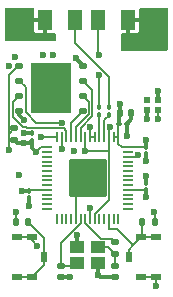
<source format=gtl>
%TF.GenerationSoftware,KiCad,Pcbnew,(6.0.5-0)*%
%TF.CreationDate,2022-06-14T21:43:59-04:00*%
%TF.ProjectId,pico_ducky_pcb,7069636f-5f64-4756-936b-795f7063622e,rev?*%
%TF.SameCoordinates,Original*%
%TF.FileFunction,Copper,L1,Top*%
%TF.FilePolarity,Positive*%
%FSLAX46Y46*%
G04 Gerber Fmt 4.6, Leading zero omitted, Abs format (unit mm)*
G04 Created by KiCad (PCBNEW (6.0.5-0)) date 2022-06-14 21:43:59*
%MOMM*%
%LPD*%
G01*
G04 APERTURE LIST*
G04 Aperture macros list*
%AMRoundRect*
0 Rectangle with rounded corners*
0 $1 Rounding radius*
0 $2 $3 $4 $5 $6 $7 $8 $9 X,Y pos of 4 corners*
0 Add a 4 corners polygon primitive as box body*
4,1,4,$2,$3,$4,$5,$6,$7,$8,$9,$2,$3,0*
0 Add four circle primitives for the rounded corners*
1,1,$1+$1,$2,$3*
1,1,$1+$1,$4,$5*
1,1,$1+$1,$6,$7*
1,1,$1+$1,$8,$9*
0 Add four rect primitives between the rounded corners*
20,1,$1+$1,$2,$3,$4,$5,0*
20,1,$1+$1,$4,$5,$6,$7,0*
20,1,$1+$1,$6,$7,$8,$9,0*
20,1,$1+$1,$8,$9,$2,$3,0*%
G04 Aperture macros list end*
%TA.AperFunction,SMDPad,CuDef*%
%ADD10RoundRect,0.100000X0.100000X-0.130000X0.100000X0.130000X-0.100000X0.130000X-0.100000X-0.130000X0*%
%TD*%
%TA.AperFunction,SMDPad,CuDef*%
%ADD11R,0.812800X0.508000*%
%TD*%
%TA.AperFunction,SMDPad,CuDef*%
%ADD12R,0.508000X0.889000*%
%TD*%
%TA.AperFunction,SMDPad,CuDef*%
%ADD13R,0.500000X0.500000*%
%TD*%
%TA.AperFunction,SMDPad,CuDef*%
%ADD14RoundRect,0.125000X-0.250000X-0.125000X0.250000X-0.125000X0.250000X0.125000X-0.250000X0.125000X0*%
%TD*%
%TA.AperFunction,SMDPad,CuDef*%
%ADD15R,3.400000X4.300000*%
%TD*%
%TA.AperFunction,SMDPad,CuDef*%
%ADD16RoundRect,0.100000X0.130000X0.100000X-0.130000X0.100000X-0.130000X-0.100000X0.130000X-0.100000X0*%
%TD*%
%TA.AperFunction,SMDPad,CuDef*%
%ADD17RoundRect,0.135000X-0.135000X-0.185000X0.135000X-0.185000X0.135000X0.185000X-0.135000X0.185000X0*%
%TD*%
%TA.AperFunction,SMDPad,CuDef*%
%ADD18R,1.150000X1.000000*%
%TD*%
%TA.AperFunction,SMDPad,CuDef*%
%ADD19RoundRect,0.100000X-0.100000X0.130000X-0.100000X-0.130000X0.100000X-0.130000X0.100000X0.130000X0*%
%TD*%
%TA.AperFunction,SMDPad,CuDef*%
%ADD20RoundRect,0.140000X0.170000X-0.140000X0.170000X0.140000X-0.170000X0.140000X-0.170000X-0.140000X0*%
%TD*%
%TA.AperFunction,SMDPad,CuDef*%
%ADD21RoundRect,0.050000X-0.387500X-0.050000X0.387500X-0.050000X0.387500X0.050000X-0.387500X0.050000X0*%
%TD*%
%TA.AperFunction,SMDPad,CuDef*%
%ADD22RoundRect,0.050000X-0.050000X-0.387500X0.050000X-0.387500X0.050000X0.387500X-0.050000X0.387500X0*%
%TD*%
%TA.AperFunction,ComponentPad*%
%ADD23C,0.600000*%
%TD*%
%TA.AperFunction,SMDPad,CuDef*%
%ADD24RoundRect,0.144000X-1.456000X-1.456000X1.456000X-1.456000X1.456000X1.456000X-1.456000X1.456000X0*%
%TD*%
%TA.AperFunction,SMDPad,CuDef*%
%ADD25RoundRect,0.135000X0.135000X0.185000X-0.135000X0.185000X-0.135000X-0.185000X0.135000X-0.185000X0*%
%TD*%
%TA.AperFunction,SMDPad,CuDef*%
%ADD26RoundRect,0.135000X0.185000X-0.135000X0.185000X0.135000X-0.185000X0.135000X-0.185000X-0.135000X0*%
%TD*%
%TA.AperFunction,SMDPad,CuDef*%
%ADD27RoundRect,0.140000X0.140000X0.170000X-0.140000X0.170000X-0.140000X-0.170000X0.140000X-0.170000X0*%
%TD*%
%TA.AperFunction,SMDPad,CuDef*%
%ADD28RoundRect,0.135000X-0.185000X0.135000X-0.185000X-0.135000X0.185000X-0.135000X0.185000X0.135000X0*%
%TD*%
%TA.AperFunction,SMDPad,CuDef*%
%ADD29R,1.300000X1.700000*%
%TD*%
%TA.AperFunction,ViaPad*%
%ADD30C,0.600000*%
%TD*%
%TA.AperFunction,Conductor*%
%ADD31C,0.150000*%
%TD*%
%TA.AperFunction,Conductor*%
%ADD32C,0.300000*%
%TD*%
%TA.AperFunction,Conductor*%
%ADD33C,0.200000*%
%TD*%
G04 APERTURE END LIST*
D10*
%TO.P,C3,1*%
%TO.N,GND*%
X92050000Y-55990000D03*
%TO.P,C3,2*%
%TO.N,+3V3*%
X92050000Y-55350000D03*
%TD*%
D11*
%TO.P,SW1,1,A*%
%TO.N,GND*%
X81150001Y-62999998D03*
%TO.P,SW1,2,B*%
%TO.N,/SAFE_BOOT*%
X82349999Y-66400002D03*
D12*
X83399999Y-64700000D03*
D11*
X81150001Y-66400002D03*
%TO.P,SW1,SHIELD,SHIELD*%
%TO.N,GND*%
X82349999Y-62999998D03*
%TD*%
D13*
%TO.P,D1,1,VSS*%
%TO.N,GND*%
X92150000Y-52250000D03*
%TO.P,D1,2,DIN*%
%TO.N,/RGB_DI*%
X93050000Y-52250000D03*
%TO.P,D1,3,VDD*%
%TO.N,+3V3*%
X93050000Y-51350000D03*
%TO.P,D1,4,DOUT*%
%TO.N,unconnected-(D1-Pad4)*%
X92150000Y-51350000D03*
%TD*%
D14*
%TO.P,U2,1,~{CS}*%
%TO.N,/QSPI_CS*%
X81300000Y-48495000D03*
%TO.P,U2,2,DO(IO1)*%
%TO.N,/QSPI_SD1*%
X81300000Y-49765000D03*
%TO.P,U2,3,IO2*%
%TO.N,/QSPI_SD2*%
X81300000Y-51035000D03*
%TO.P,U2,4,GND*%
%TO.N,GND*%
X81300000Y-52305000D03*
%TO.P,U2,5,DI(IO0)*%
%TO.N,/QSPI_SD0*%
X86700000Y-52305000D03*
%TO.P,U2,6,CLK*%
%TO.N,/QSPI_SCLK*%
X86700000Y-51035000D03*
%TO.P,U2,7,IO3*%
%TO.N,/QSPI_SD3*%
X86700000Y-49765000D03*
%TO.P,U2,8,VCC*%
%TO.N,+3V3*%
X86700000Y-48495000D03*
D15*
%TO.P,U2,9,EP*%
%TO.N,GND*%
X84000000Y-50400000D03*
%TD*%
D10*
%TO.P,R7,1*%
%TO.N,/USBR_-*%
X88900000Y-52620000D03*
%TO.P,R7,2*%
%TO.N,/USB_-*%
X88900000Y-51980000D03*
%TD*%
D16*
%TO.P,C7,1*%
%TO.N,GND*%
X90420000Y-53400000D03*
%TO.P,C7,2*%
%TO.N,+3V3*%
X89780000Y-53400000D03*
%TD*%
D17*
%TO.P,R1,1*%
%TO.N,+3V3*%
X80990000Y-61700000D03*
%TO.P,R1,2*%
%TO.N,/SAFE_BOOT*%
X82010000Y-61700000D03*
%TD*%
D18*
%TO.P,Y1,1,1*%
%TO.N,/X_IN*%
X86225000Y-65200000D03*
%TO.P,Y1,2,2*%
%TO.N,GND*%
X87975000Y-65200000D03*
%TO.P,Y1,3,3*%
%TO.N,Net-(C16-Pad2)*%
X87975000Y-63800000D03*
%TO.P,Y1,4,4*%
%TO.N,GND*%
X86225000Y-63800000D03*
%TD*%
D19*
%TO.P,C5,1*%
%TO.N,GND*%
X82400000Y-54180000D03*
%TO.P,C5,2*%
%TO.N,+3V3*%
X82400000Y-54820000D03*
%TD*%
D10*
%TO.P,C4,1*%
%TO.N,GND*%
X82150000Y-59720000D03*
%TO.P,C4,2*%
%TO.N,+3V3*%
X82150000Y-59080000D03*
%TD*%
D20*
%TO.P,C16,1*%
%TO.N,GND*%
X89400000Y-66380000D03*
%TO.P,C16,2*%
%TO.N,Net-(C16-Pad2)*%
X89400000Y-65420000D03*
%TD*%
D21*
%TO.P,U3,1,IOVDD*%
%TO.N,+3V3*%
X83662500Y-55400000D03*
%TO.P,U3,2,GPIO0*%
%TO.N,unconnected-(U3-Pad2)*%
X83662500Y-55800000D03*
%TO.P,U3,3,GPIO1*%
%TO.N,unconnected-(U3-Pad3)*%
X83662500Y-56200000D03*
%TO.P,U3,4,GPIO2*%
%TO.N,unconnected-(U3-Pad4)*%
X83662500Y-56600000D03*
%TO.P,U3,5,GPIO3*%
%TO.N,unconnected-(U3-Pad5)*%
X83662500Y-57000000D03*
%TO.P,U3,6,GPIO4*%
%TO.N,unconnected-(U3-Pad6)*%
X83662500Y-57400000D03*
%TO.P,U3,7,GPIO5*%
%TO.N,unconnected-(U3-Pad7)*%
X83662500Y-57800000D03*
%TO.P,U3,8,GPIO6*%
%TO.N,unconnected-(U3-Pad8)*%
X83662500Y-58200000D03*
%TO.P,U3,9,GPIO7*%
%TO.N,unconnected-(U3-Pad9)*%
X83662500Y-58600000D03*
%TO.P,U3,10,IOVDD*%
%TO.N,+3V3*%
X83662500Y-59000000D03*
%TO.P,U3,11,GPIO8*%
%TO.N,unconnected-(U3-Pad11)*%
X83662500Y-59400000D03*
%TO.P,U3,12,GPIO9*%
%TO.N,unconnected-(U3-Pad12)*%
X83662500Y-59800000D03*
%TO.P,U3,13,GPIO10*%
%TO.N,unconnected-(U3-Pad13)*%
X83662500Y-60200000D03*
%TO.P,U3,14,GPIO11*%
%TO.N,unconnected-(U3-Pad14)*%
X83662500Y-60600000D03*
D22*
%TO.P,U3,15,GPIO12*%
%TO.N,unconnected-(U3-Pad15)*%
X84500000Y-61437500D03*
%TO.P,U3,16,GPIO13*%
%TO.N,unconnected-(U3-Pad16)*%
X84900000Y-61437500D03*
%TO.P,U3,17,GPIO14*%
%TO.N,unconnected-(U3-Pad17)*%
X85300000Y-61437500D03*
%TO.P,U3,18,GPIO15*%
%TO.N,unconnected-(U3-Pad18)*%
X85700000Y-61437500D03*
%TO.P,U3,19,TESTEN*%
%TO.N,GND*%
X86100000Y-61437500D03*
%TO.P,U3,20,XIN*%
%TO.N,/X_IN*%
X86500000Y-61437500D03*
%TO.P,U3,21,XOUT*%
%TO.N,/X_OUT*%
X86900000Y-61437500D03*
%TO.P,U3,22,IOVDD*%
%TO.N,+3V3*%
X87300000Y-61437500D03*
%TO.P,U3,23,DVDD*%
%TO.N,+1V1*%
X87700000Y-61437500D03*
%TO.P,U3,24,SWCLK*%
%TO.N,/SWCLK*%
X88100000Y-61437500D03*
%TO.P,U3,25,SWD*%
%TO.N,/SWD*%
X88500000Y-61437500D03*
%TO.P,U3,26,RUN*%
%TO.N,/RESET*%
X88900000Y-61437500D03*
%TO.P,U3,27,GPIO16*%
%TO.N,unconnected-(U3-Pad27)*%
X89300000Y-61437500D03*
%TO.P,U3,28,GPIO17*%
%TO.N,unconnected-(U3-Pad28)*%
X89700000Y-61437500D03*
D21*
%TO.P,U3,29,GPIO18*%
%TO.N,unconnected-(U3-Pad29)*%
X90537500Y-60600000D03*
%TO.P,U3,30,GPIO19*%
%TO.N,unconnected-(U3-Pad30)*%
X90537500Y-60200000D03*
%TO.P,U3,31,GPIO20*%
%TO.N,unconnected-(U3-Pad31)*%
X90537500Y-59800000D03*
%TO.P,U3,32,GPIO21*%
%TO.N,unconnected-(U3-Pad32)*%
X90537500Y-59400000D03*
%TO.P,U3,33,IOVDD*%
%TO.N,+3V3*%
X90537500Y-59000000D03*
%TO.P,U3,34,GPIO22*%
%TO.N,unconnected-(U3-Pad34)*%
X90537500Y-58600000D03*
%TO.P,U3,35,GPIO23*%
%TO.N,unconnected-(U3-Pad35)*%
X90537500Y-58200000D03*
%TO.P,U3,36,GPIO24*%
%TO.N,unconnected-(U3-Pad36)*%
X90537500Y-57800000D03*
%TO.P,U3,37,GPIO25*%
%TO.N,unconnected-(U3-Pad37)*%
X90537500Y-57400000D03*
%TO.P,U3,38,GPIO26_ADC0*%
%TO.N,unconnected-(U3-Pad38)*%
X90537500Y-57000000D03*
%TO.P,U3,39,GPIO27_ADC1*%
%TO.N,unconnected-(U3-Pad39)*%
X90537500Y-56600000D03*
%TO.P,U3,40,GPIO28_ADC2*%
%TO.N,/RGB_DI*%
X90537500Y-56200000D03*
%TO.P,U3,41,GPIO29_ADC3*%
%TO.N,unconnected-(U3-Pad41)*%
X90537500Y-55800000D03*
%TO.P,U3,42,IOVDD*%
%TO.N,+3V3*%
X90537500Y-55400000D03*
D22*
%TO.P,U3,43,ADC_AVDD*%
X89700000Y-54562500D03*
%TO.P,U3,44,VREG_IN*%
X89300000Y-54562500D03*
%TO.P,U3,45,VREG_VOUT*%
%TO.N,+1V1*%
X88900000Y-54562500D03*
%TO.P,U3,46,USB_DM*%
%TO.N,/USBR_-*%
X88500000Y-54562500D03*
%TO.P,U3,47,USB_DP*%
%TO.N,/USBR_+*%
X88100000Y-54562500D03*
%TO.P,U3,48,USB_VDD*%
%TO.N,+3V3*%
X87700000Y-54562500D03*
%TO.P,U3,49,IOVDD*%
X87300000Y-54562500D03*
%TO.P,U3,50,DVDD*%
%TO.N,+1V1*%
X86900000Y-54562500D03*
%TO.P,U3,51,QSPI_SD3*%
%TO.N,/QSPI_SD3*%
X86500000Y-54562500D03*
%TO.P,U3,52,QSPI_SCLK*%
%TO.N,/QSPI_SCLK*%
X86100000Y-54562500D03*
%TO.P,U3,53,QSPI_SD0*%
%TO.N,/QSPI_SD0*%
X85700000Y-54562500D03*
%TO.P,U3,54,QSPI_SD2*%
%TO.N,/QSPI_SD2*%
X85300000Y-54562500D03*
%TO.P,U3,55,QSPI_SD1*%
%TO.N,/QSPI_SD1*%
X84900000Y-54562500D03*
%TO.P,U3,56,QSPI_SS*%
%TO.N,/QSPI_CS*%
X84500000Y-54562500D03*
D23*
%TO.P,U3,57,GND*%
%TO.N,GND*%
X85825000Y-56725000D03*
X87100000Y-59275000D03*
X88375000Y-58000000D03*
X87100000Y-58000000D03*
X88375000Y-56725000D03*
X85825000Y-59275000D03*
X88375000Y-59275000D03*
X87100000Y-56725000D03*
X85825000Y-58000000D03*
D24*
X87100000Y-58000000D03*
%TD*%
D11*
%TO.P,SW2,1,A*%
%TO.N,GND*%
X92849999Y-66400002D03*
%TO.P,SW2,2,B*%
%TO.N,/RESET*%
X91650001Y-62999998D03*
X92849999Y-62999998D03*
D12*
X90600001Y-64700000D03*
D11*
%TO.P,SW2,SHIELD,SHIELD*%
%TO.N,GND*%
X91650001Y-66400002D03*
%TD*%
D25*
%TO.P,R5,1*%
%TO.N,+3V3*%
X92760000Y-61700000D03*
%TO.P,R5,2*%
%TO.N,/RESET*%
X91740000Y-61700000D03*
%TD*%
D26*
%TO.P,R3,1*%
%TO.N,Net-(C16-Pad2)*%
X89400000Y-64410000D03*
%TO.P,R3,2*%
%TO.N,/X_OUT*%
X89400000Y-63390000D03*
%TD*%
D19*
%TO.P,C13,1*%
%TO.N,GND*%
X92050000Y-58380000D03*
%TO.P,C13,2*%
%TO.N,+3V3*%
X92050000Y-59020000D03*
%TD*%
D20*
%TO.P,C12,1*%
%TO.N,GND*%
X84800000Y-66380000D03*
%TO.P,C12,2*%
%TO.N,/X_IN*%
X84800000Y-65420000D03*
%TD*%
D10*
%TO.P,R6,1*%
%TO.N,/USBR_+*%
X88100000Y-52620000D03*
%TO.P,R6,2*%
%TO.N,/USB_+*%
X88100000Y-51980000D03*
%TD*%
D27*
%TO.P,C14,1*%
%TO.N,GND*%
X90780000Y-52500000D03*
%TO.P,C14,2*%
%TO.N,+3V3*%
X89820000Y-52500000D03*
%TD*%
D28*
%TO.P,R2,1*%
%TO.N,/QSPI_CS*%
X80900000Y-53790000D03*
%TO.P,R2,2*%
%TO.N,+3V3*%
X80900000Y-54810000D03*
%TD*%
D29*
%TO.P,J1,1,VBUS*%
%TO.N,+5V*%
X83500000Y-44595000D03*
%TO.P,J1,2,D-*%
%TO.N,/USB_-*%
X86000000Y-44595000D03*
%TO.P,J1,3,D+*%
%TO.N,/USB_+*%
X88000000Y-44595000D03*
%TO.P,J1,4,GND*%
%TO.N,GND*%
X90500000Y-44595000D03*
%TD*%
D30*
%TO.N,GND*%
X92050000Y-56570000D03*
X85950000Y-55750000D03*
X92250000Y-45170000D03*
X93250000Y-44170000D03*
X84000000Y-51500000D03*
X82150000Y-60400000D03*
X85150000Y-49130000D03*
X92150000Y-52970000D03*
X82850000Y-63770000D03*
X86200000Y-62800000D03*
X84000000Y-50500000D03*
X92250000Y-44170000D03*
X81700000Y-53100000D03*
X81680000Y-54180000D03*
X92250000Y-46170000D03*
X93250000Y-46170000D03*
X88000000Y-66200000D03*
X90450000Y-54470000D03*
X84000000Y-49500000D03*
X92850000Y-67170000D03*
X80970000Y-47720000D03*
X93250000Y-45170000D03*
X81250000Y-57770000D03*
X92050000Y-57800000D03*
X85600000Y-66400000D03*
X91250000Y-46170000D03*
X80440000Y-48480000D03*
%TO.N,+5V*%
X80750000Y-44170000D03*
X80750000Y-45170000D03*
X81750000Y-45170000D03*
X81750000Y-44170000D03*
%TO.N,+3V3*%
X89800000Y-51700000D03*
X84150000Y-47570000D03*
X92750000Y-60870000D03*
X92050000Y-59600000D03*
X83290000Y-47570000D03*
X93050000Y-50670000D03*
X87300000Y-53650000D03*
X87300000Y-60500000D03*
X81700000Y-55050000D03*
X81540000Y-59080000D03*
X81000000Y-60900000D03*
X82750000Y-55800000D03*
X86080000Y-47870000D03*
X92050000Y-54770000D03*
%TO.N,+1V1*%
X89000000Y-53700000D03*
X86900000Y-55750000D03*
%TO.N,/RGB_DI*%
X93050000Y-52970000D03*
X91346675Y-56005695D03*
%TO.N,/QSPI_CS*%
X80400000Y-55600000D03*
X83160000Y-54560000D03*
%TO.N,/USB_+*%
X88100000Y-47600000D03*
X88089477Y-49310523D03*
%TO.N,/QSPI_SD1*%
X84890723Y-53300980D03*
X84900000Y-55550000D03*
%TD*%
D31*
%TO.N,GND*%
X92849999Y-66400002D02*
X92850000Y-67170000D01*
D32*
X86225000Y-62825000D02*
X86200000Y-62800000D01*
D33*
X86100000Y-59550000D02*
X85825000Y-59275000D01*
D32*
X92050000Y-57800000D02*
X92050000Y-58380000D01*
D33*
X86100000Y-61437500D02*
X86100000Y-59550000D01*
D31*
X81150001Y-62999998D02*
X82349999Y-62999998D01*
D32*
X89400000Y-66380000D02*
X88180000Y-66380000D01*
D31*
X82349999Y-62999998D02*
X82349999Y-63269999D01*
D32*
X92150000Y-52250000D02*
X92150000Y-52970000D01*
X87975000Y-66175000D02*
X88000000Y-66200000D01*
X90420000Y-54440000D02*
X90450000Y-54470000D01*
X81300000Y-52305000D02*
X81300000Y-52700000D01*
X82400000Y-54180000D02*
X81680000Y-54180000D01*
D31*
X92849999Y-66400002D02*
X91650001Y-66400002D01*
D32*
X90780000Y-52500000D02*
X90780000Y-53040000D01*
X84800000Y-66380000D02*
X85580000Y-66380000D01*
X87975000Y-65200000D02*
X87975000Y-66175000D01*
X86225000Y-63800000D02*
X86225000Y-62825000D01*
X88180000Y-66380000D02*
X88000000Y-66200000D01*
X92050000Y-55990000D02*
X92050000Y-56570000D01*
X82150000Y-59720000D02*
X82150000Y-60400000D01*
X90420000Y-53400000D02*
X90420000Y-54440000D01*
D31*
X82349999Y-63269999D02*
X82850000Y-63770000D01*
D32*
X85580000Y-66380000D02*
X85600000Y-66400000D01*
X81300000Y-52700000D02*
X81700000Y-53100000D01*
X90780000Y-53040000D02*
X90420000Y-53400000D01*
%TO.N,+3V3*%
X89800000Y-52480000D02*
X89820000Y-52500000D01*
D33*
X89700000Y-54562500D02*
X89700000Y-53480000D01*
X92030000Y-59000000D02*
X92050000Y-59020000D01*
D32*
X89780000Y-52540000D02*
X89820000Y-52500000D01*
D33*
X83662500Y-59000000D02*
X82230000Y-59000000D01*
D32*
X81140000Y-55050000D02*
X80900000Y-54810000D01*
D33*
X89300000Y-54562500D02*
X89700000Y-54562500D01*
D31*
X92760000Y-61670000D02*
X92760000Y-60870000D01*
D33*
X90887500Y-59000000D02*
X92030000Y-59000000D01*
X90000000Y-55400000D02*
X89700000Y-55100000D01*
D32*
X81700000Y-55050000D02*
X82170000Y-55050000D01*
D33*
X82750000Y-55800000D02*
X83150000Y-55400000D01*
X87300000Y-53750000D02*
X87300000Y-53650000D01*
X83150000Y-55400000D02*
X83662500Y-55400000D01*
D32*
X82150000Y-59080000D02*
X81540000Y-59080000D01*
X92050000Y-59020000D02*
X92050000Y-59600000D01*
D33*
X90537500Y-55400000D02*
X90000000Y-55400000D01*
X90537500Y-55400000D02*
X92000000Y-55400000D01*
D32*
X93050000Y-51350000D02*
X93050000Y-50670000D01*
X82400000Y-54820000D02*
X82400000Y-55450000D01*
D31*
X80990000Y-61700000D02*
X80990000Y-60910000D01*
D32*
X86700000Y-48495000D02*
X86700000Y-48490000D01*
X81700000Y-55050000D02*
X81140000Y-55050000D01*
D33*
X89700000Y-55100000D02*
X89700000Y-54562500D01*
X82230000Y-59000000D02*
X82150000Y-59080000D01*
D32*
X92050000Y-55350000D02*
X92050000Y-54770000D01*
D33*
X87700000Y-54562500D02*
X87300000Y-54562500D01*
D32*
X82400000Y-55450000D02*
X82750000Y-55800000D01*
X89780000Y-53400000D02*
X89780000Y-52540000D01*
D31*
X83592500Y-59000000D02*
X82230000Y-59000000D01*
D33*
X87300000Y-61437500D02*
X87300000Y-60500000D01*
X89700000Y-53480000D02*
X89780000Y-53400000D01*
D32*
X82170000Y-55050000D02*
X82400000Y-54820000D01*
D33*
X87300000Y-54562500D02*
X87300000Y-53750000D01*
D32*
X89800000Y-51700000D02*
X89800000Y-52480000D01*
X86700000Y-48490000D02*
X86080000Y-47870000D01*
D31*
X80990000Y-60910000D02*
X81000000Y-60900000D01*
D33*
X92000000Y-55400000D02*
X92050000Y-55350000D01*
%TO.N,+1V1*%
X88900000Y-59847126D02*
X88900000Y-55700000D01*
X88900000Y-55700000D02*
X88900000Y-54562500D01*
X86900000Y-55750000D02*
X88850000Y-55750000D01*
X88900000Y-53800000D02*
X89000000Y-53700000D01*
X88900000Y-54562500D02*
X88900000Y-53800000D01*
X87700000Y-61047126D02*
X88900000Y-59847126D01*
X88850000Y-55750000D02*
X88900000Y-55700000D01*
X86900000Y-55750000D02*
X86900000Y-54562500D01*
X87700000Y-61437500D02*
X87700000Y-61047126D01*
D31*
%TO.N,/SAFE_BOOT*%
X83399999Y-63089999D02*
X82010000Y-61700000D01*
X82349999Y-66400002D02*
X83399999Y-65350002D01*
X83399999Y-65350002D02*
X83399999Y-64700000D01*
X83399999Y-64700000D02*
X83399999Y-63089999D01*
X81150001Y-66400002D02*
X82349999Y-66400002D01*
%TO.N,/RGB_DI*%
X91152370Y-56200000D02*
X91346675Y-56005695D01*
X90537500Y-56200000D02*
X91152370Y-56200000D01*
X93050000Y-52970000D02*
X93050000Y-52250000D01*
%TO.N,/QSPI_CS*%
X83162500Y-54562500D02*
X83160000Y-54560000D01*
X80400000Y-54600000D02*
X80400000Y-55600000D01*
X81300000Y-48495000D02*
X81205000Y-48495000D01*
X80400000Y-54290000D02*
X80400000Y-54600000D01*
X80900000Y-53790000D02*
X80400000Y-54290000D01*
X84500000Y-54562500D02*
X83162500Y-54562500D01*
X80400000Y-49300000D02*
X80400000Y-54600000D01*
X81205000Y-48495000D02*
X80400000Y-49300000D01*
%TO.N,/RESET*%
X90600001Y-64700000D02*
X90600001Y-64049998D01*
X88900000Y-62320000D02*
X88910000Y-62330000D01*
X90600001Y-64049998D02*
X90965000Y-63685000D01*
X90965000Y-63685000D02*
X91650001Y-62999998D01*
X91740000Y-62909999D02*
X91650001Y-62999998D01*
X91740000Y-61670000D02*
X91740000Y-62909999D01*
X88900000Y-61437500D02*
X88900000Y-62320000D01*
X88910000Y-62330000D02*
X89610000Y-62330000D01*
X89610000Y-62330000D02*
X90965000Y-63685000D01*
X92849999Y-62999998D02*
X91650001Y-62999998D01*
%TO.N,/USB_-*%
X86000000Y-46550000D02*
X86000000Y-44595000D01*
X88900000Y-49450000D02*
X86000000Y-46550000D01*
X88900000Y-51980000D02*
X88900000Y-49450000D01*
%TO.N,/USB_+*%
X88100000Y-47600000D02*
X88000000Y-47500000D01*
X88100000Y-49321046D02*
X88089477Y-49310523D01*
X88000000Y-47500000D02*
X88000000Y-44595000D01*
X88100000Y-51980000D02*
X88100000Y-49321046D01*
%TO.N,/X_IN*%
X85980000Y-65420000D02*
X84800000Y-65420000D01*
X86225000Y-65200000D02*
X86200000Y-65200000D01*
X84800000Y-63528939D02*
X84800000Y-65420000D01*
X86500000Y-61437500D02*
X86500000Y-61828939D01*
X86500000Y-61828939D02*
X84800000Y-63528939D01*
X86200000Y-65200000D02*
X85980000Y-65420000D01*
%TO.N,Net-(C16-Pad2)*%
X89400000Y-64410000D02*
X88790000Y-63800000D01*
X89400000Y-64410000D02*
X89400000Y-65420000D01*
X88790000Y-63800000D02*
X87975000Y-63800000D01*
%TO.N,/X_OUT*%
X89135489Y-63125489D02*
X88225489Y-63125489D01*
X86900000Y-61800000D02*
X86900000Y-61437500D01*
X88225489Y-63125489D02*
X86900000Y-61800000D01*
X89400000Y-63390000D02*
X89135489Y-63125489D01*
%TO.N,/USBR_+*%
X88100000Y-52620000D02*
X88100000Y-54562500D01*
%TO.N,/USBR_-*%
X88500000Y-53120000D02*
X89000000Y-52620000D01*
X88500000Y-54562500D02*
X88500000Y-53120000D01*
%TO.N,/QSPI_SD1*%
X81300000Y-49765000D02*
X81849520Y-50314520D01*
X81849520Y-52448542D02*
X82701958Y-53300980D01*
X81849520Y-50314520D02*
X81849520Y-52448542D01*
X82701958Y-53300980D02*
X84890723Y-53300980D01*
X84900000Y-55550000D02*
X84900000Y-54562500D01*
%TO.N,/QSPI_SD2*%
X81300000Y-51035000D02*
X80750480Y-51584520D01*
X85075480Y-53775480D02*
X81946541Y-53775480D01*
X81634428Y-53705489D02*
X80750480Y-52821541D01*
X81946541Y-53775480D02*
X81876550Y-53705489D01*
X81876550Y-53705489D02*
X81634428Y-53705489D01*
X85300000Y-54000000D02*
X85300000Y-54562500D01*
X85075480Y-53775480D02*
X85300000Y-54000000D01*
X80750480Y-51584520D02*
X80750480Y-52821541D01*
%TO.N,/QSPI_SD0*%
X85700000Y-53305000D02*
X85700000Y-54562500D01*
X86700000Y-52305000D02*
X85700000Y-53305000D01*
%TO.N,/QSPI_SCLK*%
X86800000Y-53000000D02*
X86100000Y-53700000D01*
X87249520Y-51584520D02*
X87249520Y-52554065D01*
X87249520Y-52554065D02*
X86803585Y-53000000D01*
X86100000Y-53700000D02*
X86100000Y-54562500D01*
X86803585Y-53000000D02*
X86800000Y-53000000D01*
X86700000Y-51035000D02*
X87249520Y-51584520D01*
%TO.N,/QSPI_SD3*%
X87499040Y-50564040D02*
X87499040Y-52750960D01*
X87499040Y-52750960D02*
X86500000Y-53750000D01*
X86500000Y-53750000D02*
X86500000Y-54562500D01*
X86700000Y-49765000D02*
X87499040Y-50564040D01*
%TD*%
%TA.AperFunction,Conductor*%
%TO.N,+5V*%
G36*
X82512184Y-43588907D02*
G01*
X82548148Y-43638407D01*
X82552327Y-43680464D01*
X82550332Y-43697577D01*
X82550000Y-43703292D01*
X82550000Y-44429320D01*
X82554122Y-44442005D01*
X82558243Y-44445000D01*
X83551000Y-44445000D01*
X83609191Y-44463907D01*
X83645155Y-44513407D01*
X83650000Y-44544000D01*
X83650000Y-45729320D01*
X83654122Y-45742005D01*
X83658243Y-45745000D01*
X84191639Y-45745000D01*
X84197485Y-45744654D01*
X84213353Y-45742766D01*
X84227519Y-45738872D01*
X84260812Y-45724084D01*
X84321668Y-45717741D01*
X84374629Y-45748381D01*
X84399467Y-45804298D01*
X84400000Y-45814560D01*
X84400000Y-46301000D01*
X84381093Y-46359191D01*
X84331593Y-46395155D01*
X84301000Y-46400000D01*
X80199500Y-46400000D01*
X80141309Y-46381093D01*
X80105345Y-46331593D01*
X80100500Y-46301000D01*
X80100500Y-45486639D01*
X82550000Y-45486639D01*
X82550346Y-45492485D01*
X82552234Y-45508353D01*
X82556128Y-45522519D01*
X82594770Y-45609514D01*
X82604946Y-45624321D01*
X82671108Y-45690367D01*
X82685931Y-45700517D01*
X82772980Y-45739000D01*
X82787185Y-45742873D01*
X82802580Y-45744668D01*
X82808292Y-45745000D01*
X83334320Y-45745000D01*
X83347005Y-45740878D01*
X83350000Y-45736757D01*
X83350000Y-44760680D01*
X83345878Y-44747995D01*
X83341757Y-44745000D01*
X82565680Y-44745000D01*
X82552995Y-44749122D01*
X82550000Y-44753243D01*
X82550000Y-45486639D01*
X80100500Y-45486639D01*
X80100500Y-43669000D01*
X80119407Y-43610809D01*
X80168907Y-43574845D01*
X80199500Y-43570000D01*
X82453993Y-43570000D01*
X82512184Y-43588907D01*
G37*
%TD.AperFunction*%
%TD*%
%TA.AperFunction,Conductor*%
%TO.N,GND*%
G36*
X93858691Y-43618907D02*
G01*
X93894655Y-43668407D01*
X93899500Y-43699000D01*
X93899500Y-47101000D01*
X93880593Y-47159191D01*
X93831093Y-47195155D01*
X93800500Y-47200000D01*
X89999000Y-47200000D01*
X89940809Y-47181093D01*
X89904845Y-47131593D01*
X89900000Y-47101000D01*
X89900000Y-45844000D01*
X89918907Y-45785809D01*
X89968407Y-45749845D01*
X89999000Y-45745000D01*
X90334320Y-45745000D01*
X90347005Y-45740878D01*
X90350000Y-45736757D01*
X90350000Y-45729320D01*
X90650000Y-45729320D01*
X90654122Y-45742005D01*
X90658243Y-45745000D01*
X91191639Y-45745000D01*
X91197485Y-45744654D01*
X91213353Y-45742766D01*
X91227519Y-45738872D01*
X91314514Y-45700230D01*
X91329321Y-45690054D01*
X91395367Y-45623892D01*
X91405517Y-45609069D01*
X91444000Y-45522020D01*
X91447873Y-45507815D01*
X91449668Y-45492420D01*
X91450000Y-45486708D01*
X91450000Y-44760680D01*
X91445878Y-44747995D01*
X91441757Y-44745000D01*
X90665680Y-44745000D01*
X90652995Y-44749122D01*
X90650000Y-44753243D01*
X90650000Y-45729320D01*
X90350000Y-45729320D01*
X90350000Y-44544000D01*
X90368907Y-44485809D01*
X90418407Y-44449845D01*
X90449000Y-44445000D01*
X91434320Y-44445000D01*
X91447005Y-44440878D01*
X91450000Y-44436757D01*
X91450000Y-43700426D01*
X91451234Y-43700426D01*
X91465540Y-43645620D01*
X91512840Y-43606807D01*
X91548916Y-43600000D01*
X93800500Y-43600000D01*
X93858691Y-43618907D01*
G37*
%TD.AperFunction*%
%TD*%
M02*

</source>
